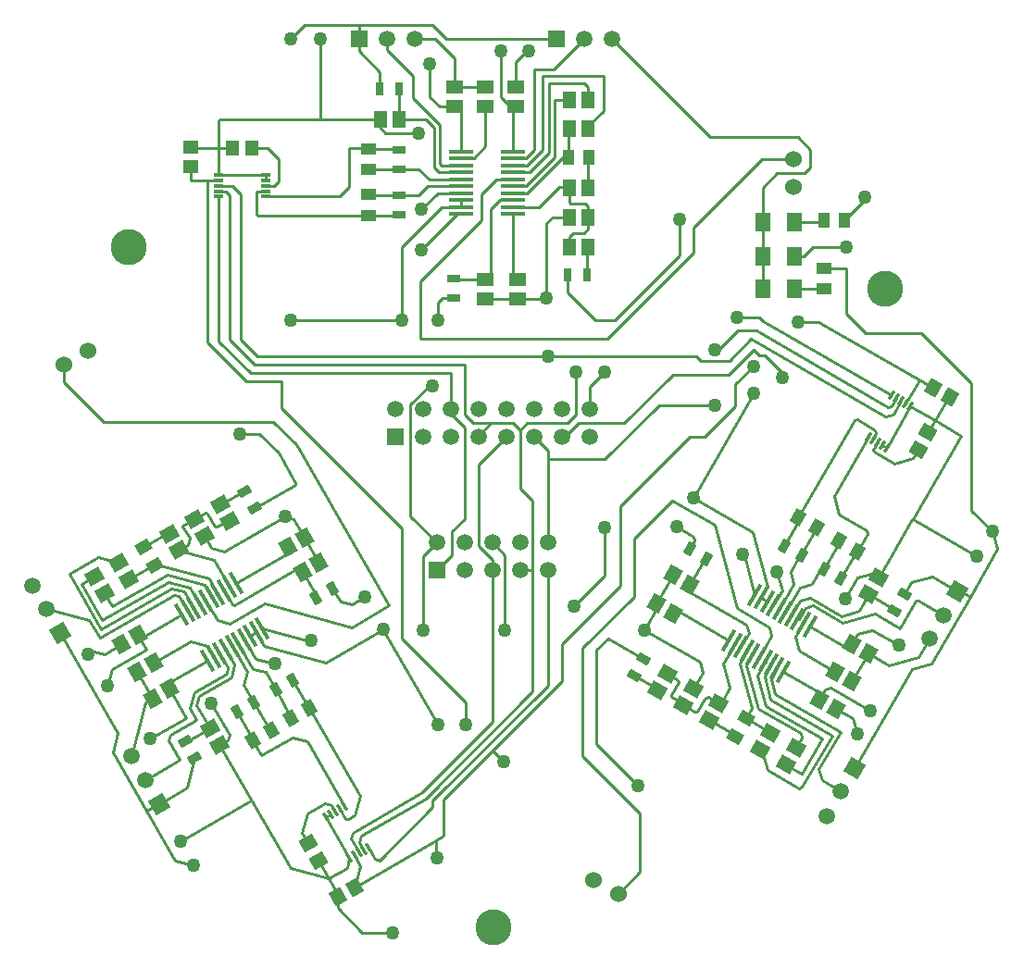
<source format=gtl>
%FSLAX23Y23*%
%MOIN*%
G70*
G01*
G75*
G04 Layer_Physical_Order=1*
G04 Layer_Color=255*
%ADD10R,0.057X0.065*%
G04:AMPARAMS|DCode=11|XSize=14mil|YSize=87mil|CornerRadius=0mil|HoleSize=0mil|Usage=FLASHONLY|Rotation=30.000|XOffset=0mil|YOffset=0mil|HoleType=Round|Shape=Rectangle|*
%AMROTATEDRECTD11*
4,1,4,0.016,-0.041,-0.028,0.034,-0.016,0.041,0.028,-0.034,0.016,-0.041,0.0*
%
%ADD11ROTATEDRECTD11*%

G04:AMPARAMS|DCode=12|XSize=55mil|YSize=47mil|CornerRadius=0mil|HoleSize=0mil|Usage=FLASHONLY|Rotation=210.000|XOffset=0mil|YOffset=0mil|HoleType=Round|Shape=Rectangle|*
%AMROTATEDRECTD12*
4,1,4,0.012,0.034,0.036,-0.007,-0.012,-0.034,-0.036,0.007,0.012,0.034,0.0*
%
%ADD12ROTATEDRECTD12*%

G04:AMPARAMS|DCode=13|XSize=12mil|YSize=35mil|CornerRadius=0mil|HoleSize=0mil|Usage=FLASHONLY|Rotation=30.000|XOffset=0mil|YOffset=0mil|HoleType=Round|Shape=Rectangle|*
%AMROTATEDRECTD13*
4,1,4,0.004,-0.018,-0.014,0.012,-0.004,0.018,0.014,-0.012,0.004,-0.018,0.0*
%
%ADD13ROTATEDRECTD13*%

G04:AMPARAMS|DCode=14|XSize=47mil|YSize=31mil|CornerRadius=0mil|HoleSize=0mil|Usage=FLASHONLY|Rotation=210.000|XOffset=0mil|YOffset=0mil|HoleType=Round|Shape=Rectangle|*
%AMROTATEDRECTD14*
4,1,4,0.013,0.025,0.028,-0.002,-0.013,-0.025,-0.028,0.002,0.013,0.025,0.0*
%
%ADD14ROTATEDRECTD14*%

G04:AMPARAMS|DCode=15|XSize=53mil|YSize=41mil|CornerRadius=0mil|HoleSize=0mil|Usage=FLASHONLY|Rotation=210.000|XOffset=0mil|YOffset=0mil|HoleType=Round|Shape=Rectangle|*
%AMROTATEDRECTD15*
4,1,4,0.013,0.031,0.033,-0.005,-0.013,-0.031,-0.033,0.005,0.013,0.031,0.0*
%
%ADD15ROTATEDRECTD15*%

G04:AMPARAMS|DCode=16|XSize=59mil|YSize=49mil|CornerRadius=0mil|HoleSize=0mil|Usage=FLASHONLY|Rotation=210.000|XOffset=0mil|YOffset=0mil|HoleType=Round|Shape=Rectangle|*
%AMROTATEDRECTD16*
4,1,4,0.013,0.036,0.038,-0.007,-0.013,-0.036,-0.038,0.007,0.013,0.036,0.0*
%
%ADD16ROTATEDRECTD16*%

G04:AMPARAMS|DCode=17|XSize=59mil|YSize=49mil|CornerRadius=0mil|HoleSize=0mil|Usage=FLASHONLY|Rotation=300.000|XOffset=0mil|YOffset=0mil|HoleType=Round|Shape=Rectangle|*
%AMROTATEDRECTD17*
4,1,4,-0.036,0.013,0.007,0.038,0.036,-0.013,-0.007,-0.038,-0.036,0.013,0.0*
%
%ADD17ROTATEDRECTD17*%

%ADD18R,0.055X0.047*%
G04:AMPARAMS|DCode=19|XSize=55mil|YSize=47mil|CornerRadius=0mil|HoleSize=0mil|Usage=FLASHONLY|Rotation=120.000|XOffset=0mil|YOffset=0mil|HoleType=Round|Shape=Rectangle|*
%AMROTATEDRECTD19*
4,1,4,0.034,-0.012,-0.007,-0.036,-0.034,0.012,0.007,0.036,0.034,-0.012,0.0*
%
%ADD19ROTATEDRECTD19*%

G04:AMPARAMS|DCode=20|XSize=55mil|YSize=47mil|CornerRadius=0mil|HoleSize=0mil|Usage=FLASHONLY|Rotation=240.000|XOffset=0mil|YOffset=0mil|HoleType=Round|Shape=Rectangle|*
%AMROTATEDRECTD20*
4,1,4,-0.007,0.036,0.034,0.012,0.007,-0.036,-0.034,-0.012,-0.007,0.036,0.0*
%
%ADD20ROTATEDRECTD20*%

%ADD21R,0.047X0.055*%
G04:AMPARAMS|DCode=22|XSize=55mil|YSize=47mil|CornerRadius=0mil|HoleSize=0mil|Usage=FLASHONLY|Rotation=330.000|XOffset=0mil|YOffset=0mil|HoleType=Round|Shape=Rectangle|*
%AMROTATEDRECTD22*
4,1,4,-0.036,-0.007,-0.012,0.034,0.036,0.007,0.012,-0.034,-0.036,-0.007,0.0*
%
%ADD22ROTATEDRECTD22*%

%ADD23R,0.035X0.012*%
G04:AMPARAMS|DCode=24|XSize=12mil|YSize=35mil|CornerRadius=0mil|HoleSize=0mil|Usage=FLASHONLY|Rotation=150.000|XOffset=0mil|YOffset=0mil|HoleType=Round|Shape=Rectangle|*
%AMROTATEDRECTD24*
4,1,4,0.014,0.012,-0.004,-0.018,-0.014,-0.012,0.004,0.018,0.014,0.012,0.0*
%
%ADD24ROTATEDRECTD24*%

%ADD25R,0.053X0.041*%
G04:AMPARAMS|DCode=26|XSize=53mil|YSize=41mil|CornerRadius=0mil|HoleSize=0mil|Usage=FLASHONLY|Rotation=120.000|XOffset=0mil|YOffset=0mil|HoleType=Round|Shape=Rectangle|*
%AMROTATEDRECTD26*
4,1,4,0.031,-0.013,-0.005,-0.033,-0.031,0.013,0.005,0.033,0.031,-0.013,0.0*
%
%ADD26ROTATEDRECTD26*%

G04:AMPARAMS|DCode=27|XSize=53mil|YSize=41mil|CornerRadius=0mil|HoleSize=0mil|Usage=FLASHONLY|Rotation=240.000|XOffset=0mil|YOffset=0mil|HoleType=Round|Shape=Rectangle|*
%AMROTATEDRECTD27*
4,1,4,-0.005,0.033,0.031,0.013,0.005,-0.033,-0.031,-0.013,-0.005,0.033,0.0*
%
%ADD27ROTATEDRECTD27*%

%ADD28R,0.047X0.031*%
G04:AMPARAMS|DCode=29|XSize=47mil|YSize=31mil|CornerRadius=0mil|HoleSize=0mil|Usage=FLASHONLY|Rotation=300.000|XOffset=0mil|YOffset=0mil|HoleType=Round|Shape=Rectangle|*
%AMROTATEDRECTD29*
4,1,4,-0.025,0.013,0.002,0.028,0.025,-0.013,-0.002,-0.028,-0.025,0.013,0.0*
%
%ADD29ROTATEDRECTD29*%

G04:AMPARAMS|DCode=30|XSize=47mil|YSize=31mil|CornerRadius=0mil|HoleSize=0mil|Usage=FLASHONLY|Rotation=60.000|XOffset=0mil|YOffset=0mil|HoleType=Round|Shape=Rectangle|*
%AMROTATEDRECTD30*
4,1,4,0.002,-0.028,-0.025,-0.013,-0.002,0.028,0.025,0.013,0.002,-0.028,0.0*
%
%ADD30ROTATEDRECTD30*%

%ADD31R,0.059X0.049*%
%ADD32R,0.049X0.059*%
G04:AMPARAMS|DCode=33|XSize=59mil|YSize=49mil|CornerRadius=0mil|HoleSize=0mil|Usage=FLASHONLY|Rotation=60.000|XOffset=0mil|YOffset=0mil|HoleType=Round|Shape=Rectangle|*
%AMROTATEDRECTD33*
4,1,4,0.007,-0.038,-0.036,-0.013,-0.007,0.038,0.036,0.013,0.007,-0.038,0.0*
%
%ADD33ROTATEDRECTD33*%

G04:AMPARAMS|DCode=34|XSize=59mil|YSize=49mil|CornerRadius=0mil|HoleSize=0mil|Usage=FLASHONLY|Rotation=150.000|XOffset=0mil|YOffset=0mil|HoleType=Round|Shape=Rectangle|*
%AMROTATEDRECTD34*
4,1,4,0.038,0.007,0.013,-0.036,-0.038,-0.007,-0.013,0.036,0.038,0.007,0.0*
%
%ADD34ROTATEDRECTD34*%

%ADD35R,0.087X0.014*%
G04:AMPARAMS|DCode=36|XSize=14mil|YSize=87mil|CornerRadius=0mil|HoleSize=0mil|Usage=FLASHONLY|Rotation=150.000|XOffset=0mil|YOffset=0mil|HoleType=Round|Shape=Rectangle|*
%AMROTATEDRECTD36*
4,1,4,0.028,0.034,-0.016,-0.041,-0.028,-0.034,0.016,0.041,0.028,0.034,0.0*
%
%ADD36ROTATEDRECTD36*%

G04:AMPARAMS|DCode=37|XSize=47mil|YSize=31mil|CornerRadius=0mil|HoleSize=0mil|Usage=FLASHONLY|Rotation=330.000|XOffset=0mil|YOffset=0mil|HoleType=Round|Shape=Rectangle|*
%AMROTATEDRECTD37*
4,1,4,-0.028,-0.002,-0.013,0.025,0.028,0.002,0.013,-0.025,-0.028,-0.002,0.0*
%
%ADD37ROTATEDRECTD37*%

G04:AMPARAMS|DCode=38|XSize=53mil|YSize=41mil|CornerRadius=0mil|HoleSize=0mil|Usage=FLASHONLY|Rotation=330.000|XOffset=0mil|YOffset=0mil|HoleType=Round|Shape=Rectangle|*
%AMROTATEDRECTD38*
4,1,4,-0.033,-0.005,-0.013,0.031,0.033,0.005,0.013,-0.031,-0.033,-0.005,0.0*
%
%ADD38ROTATEDRECTD38*%

%ADD39R,0.031X0.047*%
%ADD40R,0.041X0.053*%
%ADD41C,0.010*%
%ADD42C,0.130*%
%ADD43C,0.060*%
%ADD44P,0.084X4X165.0*%
%ADD45C,0.059*%
%ADD46R,0.059X0.059*%
%ADD47P,0.084X4X285.0*%
%ADD48C,0.050*%
D10*
X11757Y3720D02*
D03*
X11643D02*
D03*
X11757Y3835D02*
D03*
X11643Y3835D02*
D03*
X11757Y3960D02*
D03*
X11643Y3960D02*
D03*
D11*
X9645Y2380D02*
D03*
X9667Y2393D02*
D03*
X9688Y2406D02*
D03*
X9710Y2418D02*
D03*
X9732Y2431D02*
D03*
X9754Y2443D02*
D03*
X9776Y2456D02*
D03*
X9798Y2469D02*
D03*
X9819Y2481D02*
D03*
X9841Y2494D02*
D03*
X9550Y2544D02*
D03*
X9572Y2557D02*
D03*
X9594Y2569D02*
D03*
X9616Y2582D02*
D03*
X9638Y2594D02*
D03*
X9659Y2607D02*
D03*
X9681Y2620D02*
D03*
X9703Y2632D02*
D03*
X9725Y2645D02*
D03*
X9747Y2657D02*
D03*
D12*
X10043Y1660D02*
D03*
X10007Y1721D02*
D03*
D13*
X10155Y1667D02*
D03*
X10172Y1677D02*
D03*
X10189Y1687D02*
D03*
X10206Y1696D02*
D03*
X10223Y1706D02*
D03*
X10069Y1815D02*
D03*
X10086Y1825D02*
D03*
X10103Y1835D02*
D03*
X10120Y1844D02*
D03*
X10137Y1854D02*
D03*
D14*
X9777Y2988D02*
D03*
X9813Y2927D02*
D03*
X9563Y2089D02*
D03*
X9598Y2028D02*
D03*
D15*
X9414Y2787D02*
D03*
X9452Y2721D02*
D03*
D16*
X9689Y2941D02*
D03*
X9723Y2882D02*
D03*
X9598Y2889D02*
D03*
X9632Y2829D02*
D03*
X9541Y2777D02*
D03*
X9507Y2836D02*
D03*
X9652Y2135D02*
D03*
X9686Y2075D02*
D03*
X9325Y2731D02*
D03*
X9359Y2672D02*
D03*
X9238Y2681D02*
D03*
X9273Y2622D02*
D03*
D17*
X9933Y2789D02*
D03*
X9993Y2823D02*
D03*
X9506Y2277D02*
D03*
X9446Y2242D02*
D03*
X9451Y2372D02*
D03*
X9391Y2337D02*
D03*
X10045Y2732D02*
D03*
X9986Y2698D02*
D03*
X9334Y2437D02*
D03*
X9393Y2471D02*
D03*
D18*
X9585Y4160D02*
D03*
X9585Y4230D02*
D03*
D19*
X10174Y1563D02*
D03*
X10113Y1528D02*
D03*
D20*
X12256Y3363D02*
D03*
X12317Y3328D02*
D03*
D21*
X9805Y4225D02*
D03*
X9735D02*
D03*
D22*
X12202Y3139D02*
D03*
X12237Y3201D02*
D03*
D23*
X9855Y4051D02*
D03*
Y4070D02*
D03*
X9855Y4090D02*
D03*
Y4110D02*
D03*
X9855Y4129D02*
D03*
X9685Y4051D02*
D03*
Y4070D02*
D03*
Y4090D02*
D03*
Y4110D02*
D03*
Y4129D02*
D03*
D24*
X12022Y3186D02*
D03*
X12039Y3176D02*
D03*
X12056Y3166D02*
D03*
X12073Y3156D02*
D03*
X12090Y3146D02*
D03*
X12107Y3334D02*
D03*
X12124Y3324D02*
D03*
X12141Y3314D02*
D03*
X12158Y3304D02*
D03*
X12175Y3294D02*
D03*
D25*
X10225Y4058D02*
D03*
Y3982D02*
D03*
Y4147D02*
D03*
Y4223D02*
D03*
X11865Y3793D02*
D03*
Y3717D02*
D03*
D26*
X9944Y2172D02*
D03*
X10011Y2210D02*
D03*
X9872Y2130D02*
D03*
X9806Y2092D02*
D03*
D27*
X11838Y2858D02*
D03*
X11771Y2896D02*
D03*
X11918Y2811D02*
D03*
X11985Y2773D02*
D03*
D28*
X10335Y3985D02*
D03*
Y4055D02*
D03*
X10335Y4220D02*
D03*
X10335Y4150D02*
D03*
X10530Y3685D02*
D03*
Y3755D02*
D03*
D29*
X9950Y2309D02*
D03*
X9889Y2274D02*
D03*
X9750Y2194D02*
D03*
X9811Y2229D02*
D03*
X10095Y2640D02*
D03*
X10034Y2604D02*
D03*
D30*
X11721Y2793D02*
D03*
X11782Y2757D02*
D03*
X11925Y2675D02*
D03*
X11863Y2710D02*
D03*
X11379Y2782D02*
D03*
X11441Y2746D02*
D03*
D31*
X10642Y3682D02*
D03*
Y3751D02*
D03*
X10755Y4444D02*
D03*
Y4376D02*
D03*
X10760Y3751D02*
D03*
Y3682D02*
D03*
X10645Y4376D02*
D03*
Y4444D02*
D03*
X10535Y4376D02*
D03*
Y4444D02*
D03*
D32*
X11014Y4294D02*
D03*
X10946D02*
D03*
X11014Y4400D02*
D03*
X10946D02*
D03*
X11014Y3870D02*
D03*
X10946Y3870D02*
D03*
X11014Y3976D02*
D03*
X10946D02*
D03*
Y4082D02*
D03*
X11014Y4082D02*
D03*
X10334Y4330D02*
D03*
X10266D02*
D03*
D33*
X11320Y2687D02*
D03*
X11380Y2652D02*
D03*
X11907Y2206D02*
D03*
X11847Y2240D02*
D03*
X11321Y2550D02*
D03*
X11261Y2585D02*
D03*
X11905Y2340D02*
D03*
X11965Y2305D02*
D03*
X11962Y2439D02*
D03*
X12022Y2405D02*
D03*
D34*
X11635Y2057D02*
D03*
X11670Y2117D02*
D03*
X11728Y2004D02*
D03*
X11762Y2064D02*
D03*
X11265Y2271D02*
D03*
X11300Y2331D02*
D03*
X11485Y2224D02*
D03*
X11450Y2164D02*
D03*
X11358Y2218D02*
D03*
X11392Y2277D02*
D03*
X12024Y2618D02*
D03*
X12059Y2678D02*
D03*
D35*
X10744Y3987D02*
D03*
Y4012D02*
D03*
Y4037D02*
D03*
Y4062D02*
D03*
Y4087D02*
D03*
Y4113D02*
D03*
Y4138D02*
D03*
Y4163D02*
D03*
Y4188D02*
D03*
Y4213D02*
D03*
X10556Y3987D02*
D03*
Y4012D02*
D03*
Y4037D02*
D03*
Y4062D02*
D03*
X10556Y4087D02*
D03*
X10556Y4113D02*
D03*
Y4138D02*
D03*
Y4163D02*
D03*
Y4188D02*
D03*
Y4213D02*
D03*
D36*
X11521Y2453D02*
D03*
X11543Y2440D02*
D03*
X11564Y2427D02*
D03*
X11586Y2415D02*
D03*
X11608Y2402D02*
D03*
X11630Y2390D02*
D03*
X11652Y2377D02*
D03*
X11674Y2364D02*
D03*
X11695Y2352D02*
D03*
X11717Y2339D02*
D03*
X11615Y2616D02*
D03*
X11637Y2604D02*
D03*
X11659Y2591D02*
D03*
X11681Y2578D02*
D03*
X11703Y2566D02*
D03*
X11724Y2553D02*
D03*
X11746Y2541D02*
D03*
X11768Y2528D02*
D03*
X11790Y2515D02*
D03*
X11812Y2503D02*
D03*
D37*
X11180Y2325D02*
D03*
X11215Y2386D02*
D03*
X12117Y2559D02*
D03*
X12153Y2620D02*
D03*
D38*
X11543Y2106D02*
D03*
X11582Y2172D02*
D03*
D39*
X11010Y3770D02*
D03*
X10940D02*
D03*
X10335Y4440D02*
D03*
X10265D02*
D03*
D40*
X11018Y4191D02*
D03*
X10942D02*
D03*
X11938Y3965D02*
D03*
X11862Y3965D02*
D03*
D41*
X11524Y3460D02*
X11601Y3537D01*
X11609Y3499D02*
X11629Y3479D01*
X11520Y3410D02*
X11609Y3499D01*
X11545Y3375D02*
X11610Y3440D01*
X11938Y3965D02*
X12010Y4037D01*
X11825Y3870D02*
X11945D01*
X11790Y3835D02*
X11825Y3870D01*
X11757Y3835D02*
X11790D01*
X11757D02*
X11775D01*
X12010Y4037D02*
Y4050D01*
X11865Y3793D02*
X11942D01*
X11945Y3790D01*
Y3630D02*
Y3790D01*
Y3630D02*
X12015Y3560D01*
X12215D01*
X12395Y3380D01*
X11757Y3960D02*
X11857D01*
X11757Y3720D02*
X11857D01*
X11770Y4265D02*
X11815Y4220D01*
Y4155D02*
Y4220D01*
X11643Y3720D02*
Y3960D01*
X11795Y4135D02*
X11815Y4155D01*
X11695Y4135D02*
X11795D01*
X11643Y4083D02*
X11695Y4135D01*
X11643Y3960D02*
Y4083D01*
X10200Y1400D02*
X10305D01*
X10113Y1487D02*
X10200Y1400D01*
X10113Y1487D02*
Y1528D01*
X9425Y1837D02*
X9528Y1659D01*
X9303Y2050D02*
X9425Y1837D01*
X9469Y1862D01*
X9528Y1659D02*
X9593Y1642D01*
X9114Y2477D02*
X9321Y2118D01*
X9303Y2050D02*
X9321Y2118D01*
X9819Y2481D02*
X9848Y2432D01*
X10071Y2372D01*
X10278Y2491D01*
X10124Y2591D02*
X10163Y2581D01*
X10277Y2487D02*
X10472Y2149D01*
X10163Y2581D02*
X10210Y2608D01*
X10095Y2640D02*
X10124Y2591D01*
X10715Y2490D02*
Y2760D01*
X11975Y1993D02*
X12180Y2348D01*
X12249Y2367D01*
X12389Y2609D01*
X10965Y2575D02*
X11075Y2685D01*
X12350Y2632D02*
X12389Y2609D01*
X12488Y2781D01*
X10670Y2805D02*
X10715Y2760D01*
X11075Y2685D02*
Y2860D01*
X11379Y2782D02*
X11397Y2813D01*
X11394Y2826D02*
X11397Y2813D01*
X11333Y2861D02*
X11394Y2826D01*
X11380Y2972D02*
X11393Y2964D01*
X11607Y2841D02*
X11660Y2644D01*
X11393Y2964D02*
X11607Y2841D01*
X12395Y2920D02*
X12471Y2844D01*
X12488Y2781D01*
X11393Y2966D02*
X11610Y3341D01*
X12395Y2920D02*
Y3380D01*
X10670Y2055D02*
X10920Y2305D01*
X10494Y1879D02*
X10670Y2055D01*
X10710Y2015D01*
X10468Y1672D02*
Y1733D01*
X10494Y1748D01*
X10174Y1563D02*
X10468Y1733D01*
X10870Y2290D02*
Y2705D01*
X10455Y1875D02*
X10870Y2290D01*
X10815Y2268D02*
Y2705D01*
X10429Y1883D02*
X10815Y2268D01*
X10455Y1851D02*
Y1875D01*
X10494Y1748D02*
Y1879D01*
X10264Y1660D02*
X10455Y1851D01*
X10417Y1904D02*
X10670Y2157D01*
Y2705D01*
X11485Y3500D02*
X11552Y3567D01*
X11395Y3940D02*
X11640Y4185D01*
X11345Y3840D02*
Y3970D01*
X11110Y3605D02*
X11345Y3840D01*
X11395Y3850D02*
Y3940D01*
X11085Y3540D02*
X11395Y3850D01*
X11040Y3605D02*
X11110D01*
X10410Y3540D02*
X11085D01*
X9585Y4110D02*
Y4159D01*
X9645Y4110D02*
X9685D01*
X9585D02*
X9645D01*
Y3525D02*
Y4110D01*
Y3525D02*
X9785Y3385D01*
X9590Y4225D02*
X9685D01*
X9785Y3385D02*
X9910D01*
Y3290D02*
Y3385D01*
X9800Y3415D02*
X10520D01*
X9815Y3445D02*
X10570D01*
X9825Y3475D02*
X10870D01*
X9765Y3535D02*
Y4060D01*
X9735Y4090D02*
X9765Y4060D01*
X9685Y4090D02*
X9735D01*
X9765Y3535D02*
X9825Y3475D01*
X9725Y3535D02*
Y4055D01*
X9710Y4070D02*
X9725Y4055D01*
X9685Y4070D02*
X9710D01*
X9725Y3535D02*
X9815Y3445D01*
X10600Y3235D02*
X10665D01*
X10570Y3265D02*
X10600Y3235D01*
X10570Y3265D02*
Y3445D01*
X9685Y3530D02*
X9800Y3415D01*
X9685Y3530D02*
Y3540D01*
X9685Y3540D02*
X9685Y3540D01*
X10520Y3285D02*
Y3415D01*
X9685Y3540D02*
Y4051D01*
X10620Y2792D02*
X10670Y2742D01*
X10620Y2792D02*
Y3085D01*
X10470Y2705D02*
X10525Y2760D01*
Y2825D01*
X10525Y2825D01*
X11545Y3295D02*
Y3375D01*
X11435Y3185D02*
X11545Y3295D01*
X11380Y3185D02*
X11435D01*
X11130Y2935D02*
X11380Y3185D01*
X11130Y2650D02*
Y2935D01*
X10920Y2440D02*
X11130Y2650D01*
X10920Y2305D02*
Y2440D01*
X10069Y1815D02*
X10086Y1825D01*
X9817Y2384D02*
X9882Y2367D01*
X9776Y2456D02*
X9817Y2384D01*
X9922Y2898D02*
X9955Y2889D01*
X9993Y2823D01*
X9214Y2403D02*
X9232Y2413D01*
X9273Y2402D01*
X9334Y2437D01*
X9393Y2471D02*
X9423Y2420D01*
X9506Y2277D02*
X9566Y2173D01*
X9506Y2277D02*
X9514Y2263D01*
X9993Y2823D02*
X10045Y2732D01*
X9420Y2227D02*
X9446Y2242D01*
X9369Y2036D02*
X9420Y2227D01*
X9391Y2337D02*
X9446Y2242D01*
X10069Y1815D02*
X10155Y1667D01*
X10069Y1813D02*
X10069Y1815D01*
X9985Y1760D02*
X10007Y1721D01*
X9985Y1760D02*
X10003Y1828D01*
X10068Y1866D02*
X10089Y1860D01*
X9889Y2274D02*
X9945Y2176D01*
X9852Y2338D02*
X9889Y2274D01*
X9808Y2350D02*
X9852Y2338D01*
X9754Y2443D02*
X9808Y2350D01*
X9469Y1862D02*
X9570Y1921D01*
X9598Y2028D01*
X9774Y2293D02*
X9868Y2131D01*
X9774Y2293D02*
X9786Y2337D01*
X9732Y2431D02*
X9786Y2337D01*
X9570Y2087D02*
X9652Y2135D01*
X9750Y2194D02*
X9807Y2096D01*
X9798Y2469D02*
X9819Y2481D01*
X9796Y2464D02*
X9798Y2469D01*
X9741Y2580D02*
X9958Y2705D01*
X9732Y2582D02*
X9741Y2580D01*
X9703Y2632D02*
X9732Y2582D01*
X9747Y2657D02*
X9926Y2761D01*
X9459Y2725D02*
X9650Y2674D01*
X9681Y2620D01*
X9540Y2612D02*
X9572Y2557D01*
X9524Y2616D02*
X9540Y2612D01*
X9256Y2461D02*
X9524Y2616D01*
X9514Y2305D02*
X9645Y2380D01*
X9451Y2372D02*
X9584Y2449D01*
X9644Y2433D01*
X9667Y2393D01*
X9415Y2466D02*
X9550Y2544D01*
X11652Y2377D02*
X11653Y2372D01*
X12020Y3185D02*
X12022Y3186D01*
X9068Y2566D02*
X9218Y2526D01*
X9256Y2461D01*
X9190Y2654D02*
X9265Y2524D01*
X9505Y2663D01*
X9581Y2642D01*
X9616Y2582D01*
X9500Y2689D02*
X9633Y2653D01*
X9659Y2607D01*
X9300Y2574D02*
X9500Y2689D01*
X9273Y2622D02*
X9300Y2574D01*
X9190Y2654D02*
X9238Y2682D01*
X9561Y2627D02*
X9594Y2569D01*
X9515Y2639D02*
X9561Y2627D01*
X9261Y2493D02*
X9515Y2639D01*
X9146Y2692D02*
X9261Y2493D01*
X9249Y2752D02*
X9250Y2751D01*
X9325Y2731D01*
X9146Y2692D02*
X9249Y2752D01*
X9359Y2672D02*
X9447Y2722D01*
X9414Y2787D02*
X9501Y2838D01*
X9668Y2743D02*
X9725Y2645D01*
X9555Y2864D02*
X9598Y2889D01*
X9555Y2863D02*
X9555Y2864D01*
X9555Y2863D02*
X9579Y2821D01*
X9572Y2794D02*
X9579Y2821D01*
X9542Y2776D02*
X9572Y2794D01*
X9541Y2777D02*
X9542Y2776D01*
X9668Y2743D01*
X9598Y2889D02*
X9637Y2912D01*
X9643Y2910D01*
X9671Y2862D01*
X9678Y2861D01*
X9717Y2883D01*
X9689Y2941D02*
X9772Y2989D01*
X9632Y2829D02*
X9657Y2785D01*
X9705Y2773D01*
X9922Y2898D01*
X11180Y2325D02*
X11264Y2277D01*
X11338Y2308D02*
X11340Y2302D01*
X11312Y2255D02*
X11340Y2302D01*
X11312Y2255D02*
X11314Y2248D01*
X11356Y2224D01*
X11300Y2331D02*
X11338Y2308D01*
X11358Y2218D02*
X11398Y2194D01*
X11406Y2196D01*
X11433Y2243D01*
X11446Y2247D02*
X11485Y2224D01*
X11433Y2243D02*
X11446Y2247D01*
X11450Y2164D02*
X11542Y2111D01*
X11261Y2585D02*
X11320Y2687D01*
X11380Y2652D02*
X11433Y2744D01*
X11721Y2793D02*
X11774Y2885D01*
X11781Y2760D02*
X11838Y2858D01*
X11863Y2710D02*
X11920Y2807D01*
X11925Y2675D02*
X11981Y2772D01*
X11965Y2305D02*
X12022Y2405D01*
X11010Y3770D02*
Y3866D01*
X10946Y3870D02*
Y3906D01*
X10960Y3920D02*
X11000D01*
X11014Y3934D02*
Y3976D01*
X10946Y3906D02*
X10960Y3920D01*
X11000D02*
X11014Y3934D01*
Y3976D02*
Y4016D01*
X10946Y4029D02*
X10950Y4025D01*
X10946Y4029D02*
Y4082D01*
X11005Y4025D02*
X11014Y4016D01*
X10950Y4025D02*
X11005D01*
X11014Y4082D02*
Y4187D01*
X10942Y4191D02*
Y4290D01*
X10535Y4444D02*
X10645D01*
X10228Y4150D02*
X10335D01*
X10225Y4223D02*
X10332D01*
X10228Y4055D02*
X10335D01*
X10225Y3982D02*
X10332D01*
X10535Y3751D02*
X10642D01*
Y3682D02*
X10760D01*
X11717Y2339D02*
X11840Y2268D01*
X11761Y2465D02*
X11790Y2515D01*
X11761Y2465D02*
X11774Y2415D01*
X11905Y2340D01*
X11812Y2503D02*
X11934Y2432D01*
X11342Y2556D02*
X11521Y2453D01*
X11637Y2604D02*
X11659Y2591D01*
X11564Y2427D02*
X11593Y2477D01*
X11585Y2507D02*
X11593Y2477D01*
X11388Y2621D02*
X11585Y2507D01*
X10744Y4213D02*
Y4365D01*
X10556Y4213D02*
Y4355D01*
Y4188D02*
X10602D01*
X10645Y4231D01*
Y4376D01*
X10744Y3766D02*
Y3987D01*
X10697Y4037D02*
X10744D01*
X10665Y3773D02*
Y4005D01*
X10697Y4037D01*
X10556Y4012D02*
Y4037D01*
X11672Y2312D02*
X11695Y2352D01*
X11672Y2312D02*
X11687Y2258D01*
X11845Y1988D02*
X11856Y1947D01*
X11925Y1907D01*
X11649Y2322D02*
X11674Y2364D01*
X11649Y2322D02*
X11671Y2238D01*
X11623Y2326D02*
X11652Y2377D01*
X11623Y2326D02*
X11653Y2214D01*
X11856Y2097D01*
X11784Y1971D02*
X11856Y2097D01*
X11728Y2003D02*
X11784Y1971D01*
X11772Y1920D02*
X11785Y1924D01*
X11659Y1985D02*
X11772Y1920D01*
X11641Y2054D02*
X11659Y1985D01*
X11585Y2362D02*
X11608Y2402D01*
X11585Y2362D02*
X11627Y2206D01*
X11781Y2117D01*
X11762Y2064D02*
X11785Y2103D01*
X11781Y2117D02*
X11785Y2103D01*
X11560Y2369D02*
X11586Y2415D01*
X11560Y2369D02*
X11603Y2208D01*
X11583Y2173D02*
X11603Y2208D01*
X11582Y2172D02*
X11668Y2123D01*
X11501Y2369D02*
X11543Y2440D01*
X11501Y2369D02*
X11525Y2282D01*
X11492Y2226D02*
X11525Y2282D01*
X10744Y4188D02*
X10791D01*
X10820Y4217D01*
Y4510D01*
X10890D01*
X11000Y4620D01*
X10744Y4163D02*
X10794D01*
X10850Y4219D01*
Y4485D01*
X11070D01*
Y4360D02*
Y4485D01*
X11014Y4304D02*
X11070Y4360D01*
X10744Y4138D02*
X10803D01*
X10875Y4210D01*
Y4460D01*
X11000D01*
X11014Y4400D02*
Y4446D01*
X11000Y4460D02*
X11014Y4446D01*
X10744Y4087D02*
X10791D01*
X10895Y4192D01*
Y4400D01*
X10946D01*
X10744Y4062D02*
X10794D01*
X10923Y4191D01*
X10744Y4012D02*
X10837D01*
X10910Y4085D01*
X10943D01*
X10946Y4082D01*
X10442Y4113D02*
X10556D01*
X10405Y4150D02*
X10442Y4113D01*
X10335Y4150D02*
X10405D01*
X10437Y4087D02*
X10556D01*
X10405Y4055D02*
X10437Y4087D01*
X10335Y4055D02*
X10405D01*
X11637Y2604D02*
X11660Y2644D01*
X12024Y2618D02*
X12115Y2565D01*
X10334Y4330D02*
Y4439D01*
X12153Y2620D02*
X12177Y2662D01*
X12252Y2682D01*
X12343Y2630D01*
X11962Y2439D02*
X11983Y2475D01*
X12037Y2489D02*
X12132Y2434D01*
X11983Y2475D02*
X12037Y2489D01*
X12022Y2405D02*
X12096Y2362D01*
X12205Y2392D01*
X12243Y2457D01*
X10479Y4376D02*
X10535D01*
X10445Y4410D02*
X10479Y4376D01*
X10445Y4410D02*
Y4530D01*
X10535Y4444D02*
Y4550D01*
X10465Y4620D02*
X10535Y4550D01*
X10390Y4620D02*
X10465D01*
X11968Y2171D02*
X11983Y2116D01*
X11847Y2240D02*
X11868Y2275D01*
X11887Y2281D01*
X12030Y2198D01*
X10505Y4620D02*
X10900D01*
X10455Y4670D02*
X10505Y4620D01*
X10190Y4670D02*
X10455D01*
X10190Y4620D02*
Y4670D01*
X10734Y4376D02*
X10755D01*
X10700Y4410D02*
X10734Y4376D01*
X10700Y4410D02*
Y4575D01*
X10755Y4444D02*
Y4535D01*
X10795Y4575D01*
X10800D01*
X11217Y2489D02*
X11264Y2572D01*
X11392Y2277D02*
X11426Y2336D01*
X11416Y2374D02*
X11426Y2336D01*
X11217Y2489D02*
X11416Y2374D01*
X11577Y2760D02*
X11615Y2616D01*
X10013Y2448D02*
X10018Y2451D01*
X9841Y2494D02*
X10013Y2448D01*
X11768Y2528D02*
X11773Y2529D01*
X11796Y2569D01*
X12138Y2494D02*
X12195Y2594D01*
X12202Y2596D01*
X12293Y2543D01*
X12047Y2547D02*
X12138Y2494D01*
X11989Y2557D02*
X12024Y2618D01*
X11928Y2540D02*
X11989Y2557D01*
X11815Y2605D02*
X11928Y2540D01*
X11778Y2595D02*
X11815Y2605D01*
X11746Y2541D02*
X11778Y2595D01*
X11796Y2569D02*
X11824Y2577D01*
X11931Y2516D01*
X12047Y2547D01*
X11681Y2578D02*
X11712Y2633D01*
X11695Y2698D02*
X11712Y2633D01*
X11742Y2699D02*
X11775Y2755D01*
X11703Y2566D02*
X11754Y2655D01*
X11742Y2699D02*
X11754Y2655D01*
X11724Y2553D02*
X11776Y2643D01*
X11820Y2654D01*
X11850Y2707D01*
X11938Y2598D02*
X11985Y2680D01*
X12032Y2693D01*
X12059Y2678D01*
X9688Y2406D02*
X9718Y2355D01*
X9510Y2111D02*
X9605Y2166D01*
X9504Y2091D02*
X9510Y2111D01*
X9504Y2091D02*
X9544Y2021D01*
X9419Y1949D02*
X9544Y2021D01*
X9581Y2208D02*
X9605Y2166D01*
X9604Y2218D02*
X9652Y2135D01*
X9604Y2218D02*
X9613Y2252D01*
X9729Y2318D01*
X9741Y2365D01*
X9710Y2418D02*
X9741Y2365D01*
X9596Y2265D02*
X9712Y2332D01*
X9718Y2355D01*
X9581Y2208D02*
X9596Y2265D01*
X10334Y4330D02*
X10430D01*
X10460Y4300D01*
Y4155D02*
Y4300D01*
Y4155D02*
X10477Y4138D01*
X10556D01*
X10487Y4163D02*
X10556D01*
X10480Y4170D02*
X10487Y4163D01*
X10480Y4170D02*
Y4310D01*
X10385Y4405D02*
X10480Y4310D01*
X10385Y4405D02*
Y4485D01*
X10290Y4580D02*
X10385Y4485D01*
X10290Y4580D02*
Y4620D01*
X10266Y4299D02*
Y4330D01*
Y4299D02*
X10285Y4280D01*
X10405D01*
X10472Y4062D02*
X10556D01*
X10415Y4005D02*
X10472Y4062D01*
X10542Y3987D02*
X10556D01*
X10415Y3860D02*
X10542Y3987D01*
X10760Y3682D02*
X10862D01*
X10886Y3976D02*
X10946D01*
X10865Y3955D02*
X10886Y3976D01*
X10865Y3685D02*
Y3955D01*
X10345Y3870D02*
X10487Y4012D01*
X10556D01*
X10490Y3685D02*
X10530D01*
X10475Y3670D02*
X10490Y3685D01*
X10475Y3605D02*
Y3670D01*
X10345Y3605D02*
Y3870D01*
X9638Y2594D02*
X9679Y2524D01*
X9723Y2512D01*
X9986Y2698D02*
X10036Y2611D01*
X9723Y2512D02*
X9849Y2584D01*
X10163Y2500D01*
X10297Y2577D01*
X9962Y3158D02*
X10297Y2577D01*
X9813Y2927D02*
X9959Y3011D01*
X9961Y3019D01*
X9899Y3127D02*
X9961Y3019D01*
X10080Y1595D02*
X10115Y1535D01*
X10080Y1595D02*
X10146Y1633D01*
X10043Y1660D02*
X10080Y1595D01*
X10146Y1633D02*
X10155Y1667D01*
X10089Y1860D02*
X10103Y1835D01*
X10172Y1677D02*
X10194Y1638D01*
X9299Y2348D02*
X9423Y2420D01*
X9283Y2289D02*
X9299Y2348D01*
X9686Y2075D02*
X9717Y2093D01*
X9722Y2113D01*
X9657Y2225D02*
X9722Y2113D01*
X10003Y1828D02*
X10068Y1866D01*
X10223Y1706D02*
X10247Y1664D01*
X10264Y1660D01*
X10190Y1725D02*
X10206Y1696D01*
X11785Y1924D02*
X11893Y2110D01*
X11671Y2238D02*
X11893Y2110D01*
X11845Y1988D02*
X11923Y2122D01*
X11687Y2258D02*
X11923Y2122D01*
X11907Y2206D02*
X11968Y2171D01*
X10683Y4113D02*
X10744D01*
X10630Y4060D02*
X10683Y4113D01*
X10630Y3965D02*
Y4060D01*
X10410Y3745D02*
X10630Y3965D01*
X11088Y2460D02*
X11215Y2386D01*
X11630Y2390D02*
X11675Y2468D01*
X11667Y2500D02*
X11675Y2468D01*
X11550Y2568D02*
X11667Y2500D01*
X9950Y2309D02*
X10007Y2211D01*
X10120Y1844D02*
X10140Y1810D01*
X10160Y1737D02*
X10166Y1759D01*
X10160Y1737D02*
X10189Y1687D01*
X10190Y1725D02*
X10196Y1748D01*
X10166Y1759D02*
X10417Y1904D01*
X10140Y1810D02*
X10149Y1807D01*
X10175Y1822D01*
X10194Y1891D01*
X10010Y2208D02*
X10194Y1891D01*
X9807Y2091D02*
X9838Y2037D01*
X10002Y2089D02*
X10137Y1854D01*
X9838Y2037D02*
X9950Y2102D01*
X10002Y2089D01*
X9942Y1632D02*
X10080Y1595D01*
X9686Y2075D02*
X9686Y2075D01*
X9546Y1728D02*
X9800Y1875D01*
X9686Y2075D02*
X9942Y1632D01*
X10174Y1563D02*
X10194Y1638D01*
X12059Y2678D02*
X12079Y2713D01*
X12082Y2717D01*
X12079Y2713D02*
X12181Y2889D01*
X12073Y3156D02*
X12090Y3146D01*
X12041Y3140D02*
X12056Y3166D01*
X12041Y3140D02*
X12043Y3132D01*
X12117Y3089D01*
X12185Y3108D01*
X12202Y3138D01*
X12175Y3294D02*
X12262Y3244D01*
X12158Y3304D02*
X12207Y3388D01*
X12210Y3389D02*
X12256Y3363D01*
X12090Y3146D02*
X12175Y3294D01*
X11845Y3600D02*
X12210Y3389D01*
X12108Y3296D02*
X12124Y3324D01*
X11642Y3602D02*
X12107Y3334D01*
X12113Y3266D02*
X12141Y3314D01*
X9995Y4670D02*
X10190D01*
X9945Y4620D02*
X9995Y4670D01*
X9945Y3605D02*
X10340D01*
X10345Y3590D02*
Y3605D01*
X10050Y4330D02*
Y4620D01*
Y4330D02*
X10220D01*
X10266D01*
X10205D02*
X10220D01*
X9855Y4110D02*
Y4129D01*
X9685Y4129D02*
X9855D01*
X9685D02*
Y4225D01*
X9855Y4090D02*
X9885D01*
X9900Y4105D01*
Y4185D01*
X9860Y4225D02*
X9900Y4185D01*
X9805Y4225D02*
X9860D01*
X10620Y3190D02*
X10665Y3235D01*
X10745D01*
X10770Y3210D01*
X11899Y2973D02*
X12022Y3186D01*
X11899Y2973D02*
X11917Y2904D01*
X11985Y2773D02*
X12020Y2834D01*
X11917Y2904D02*
X12017Y2847D01*
X12020Y2834D01*
X12048Y3210D02*
X12051Y3197D01*
X12039Y3176D02*
X12051Y3197D01*
X11983Y3247D02*
X12048Y3210D01*
X12184Y2890D02*
X12357Y3190D01*
X12182Y2890D02*
X12415Y2755D01*
X12262Y3244D02*
X12357Y3190D01*
X12237Y3201D02*
X12262Y3244D01*
X12309Y3326D01*
X11771Y2896D02*
X11972Y3245D01*
X11983Y3247D01*
X9823Y3982D02*
X9823Y3982D01*
X10225D01*
X9820Y4070D02*
X9855D01*
X9820Y3985D02*
Y4070D01*
X10155Y4225D02*
X10223D01*
X10121Y4051D02*
X10155Y4085D01*
Y4225D01*
X9855Y4051D02*
X10121D01*
X9685Y4225D02*
Y4325D01*
Y4225D02*
X9735D01*
X9689Y4330D02*
X10050D01*
X9685Y4325D02*
X9689Y4330D01*
X10196Y1748D02*
X10429Y1883D01*
X9831Y3195D02*
X9899Y3127D01*
X9760Y3195D02*
X9831D01*
X9128Y3382D02*
Y3445D01*
X11469Y2868D02*
X11550Y2568D01*
X11318Y2956D02*
X11469Y2868D01*
X12095Y3292D02*
X12108Y3296D01*
X11619Y3567D02*
X12095Y3292D01*
X11601Y3537D02*
X12084Y3258D01*
X12113Y3266D01*
X11270Y3300D02*
X11470D01*
X11770Y3600D02*
X11845D01*
X11045Y2080D02*
Y2417D01*
Y2080D02*
X11195Y1930D01*
X11045Y2417D02*
X11088Y2460D01*
X10995Y2425D02*
X11180Y2610D01*
Y2817D01*
X11318Y2956D01*
X10995Y2035D02*
Y2425D01*
Y2035D02*
X11200Y1830D01*
Y1618D02*
Y1830D01*
X11122Y1540D02*
X11200Y1618D01*
X10940Y3705D02*
Y3770D01*
Y3705D02*
X11040Y3605D01*
X11470Y3500D02*
X11485D01*
X11550Y3615D02*
X11629D01*
X11642Y3602D01*
X11640Y4185D02*
X11755D01*
X9128Y3382D02*
X9270Y3240D01*
X10410Y3540D02*
Y3745D01*
X9270Y3240D02*
X9880D01*
X9962Y3158D01*
X9910Y3290D02*
X10345Y2855D01*
Y2460D02*
Y2855D01*
Y2460D02*
X10575Y2230D01*
Y2150D02*
Y2230D01*
X9685Y4070D02*
X9685Y4070D01*
X11020Y3365D02*
X11075Y3420D01*
X10420Y2490D02*
Y2755D01*
X10470Y2805D01*
X10375Y2900D02*
Y3303D01*
Y2900D02*
X10470Y2805D01*
X10375Y3303D02*
X10442Y3370D01*
X10620Y3085D02*
X10720Y3185D01*
X10670Y2705D02*
Y2742D01*
X10570Y2890D02*
Y3220D01*
X10520Y3270D02*
X10570Y3220D01*
X10520Y3270D02*
Y3285D01*
X10525Y2825D02*
Y2845D01*
X10570Y2890D01*
X9436Y2098D02*
X9436Y2098D01*
X9566Y2173D01*
X10820Y3185D02*
X10870Y3135D01*
X11020Y3285D02*
Y3365D01*
X10770Y2705D02*
X10815D01*
Y2955D01*
X10770Y3000D02*
X10815Y2955D01*
X10770Y3000D02*
Y3210D01*
X11075Y3105D02*
X11270Y3300D01*
X10870Y2805D02*
Y3105D01*
Y3135D01*
Y3105D02*
X11075D01*
X10770Y3210D02*
X10795Y3235D01*
X10940D01*
X10970Y3265D01*
Y3420D01*
X10920Y3185D02*
X10930D01*
X10980Y3235D01*
X11145D01*
X10870Y3475D02*
X11405D01*
X11420Y3460D01*
X11145Y3235D02*
X11320Y3410D01*
X11520D01*
X11552Y3567D02*
X11619D01*
X11420Y3460D02*
X11524D01*
X11629Y3479D02*
X11651D01*
X11715Y3415D01*
Y3400D02*
Y3415D01*
X11100Y4620D02*
X11455Y4265D01*
X11770D01*
X10265Y4440D02*
Y4500D01*
X10190Y4575D02*
X10265Y4500D01*
X10190Y4575D02*
Y4620D01*
D42*
X10675Y1420D02*
D03*
X12085Y3720D02*
D03*
X9360Y3870D02*
D03*
D43*
X9128Y3445D02*
D03*
X9215Y3495D02*
D03*
X11755Y4185D02*
D03*
X11755Y4085D02*
D03*
X11122Y1540D02*
D03*
X11035Y1590D02*
D03*
D44*
X9469Y1862D02*
D03*
X9114Y2477D02*
D03*
D45*
X9419Y1949D02*
D03*
X9369Y2036D02*
D03*
X10870Y2805D02*
D03*
Y2705D02*
D03*
X10770Y2805D02*
D03*
Y2705D02*
D03*
X10670Y2805D02*
D03*
Y2705D02*
D03*
X10570Y2805D02*
D03*
Y2705D02*
D03*
X10470Y2805D02*
D03*
X10320Y3285D02*
D03*
X10420Y3185D02*
D03*
Y3285D02*
D03*
X10520Y3185D02*
D03*
X10520Y3285D02*
D03*
X10620Y3185D02*
D03*
X10620Y3285D02*
D03*
X10720Y3185D02*
D03*
X10720Y3285D02*
D03*
X10820Y3185D02*
D03*
X10820Y3285D02*
D03*
X10920Y3185D02*
D03*
X10920Y3285D02*
D03*
X11020Y3185D02*
D03*
X11020Y3285D02*
D03*
X11100Y4620D02*
D03*
X11000Y4620D02*
D03*
X10390Y4620D02*
D03*
X10290D02*
D03*
X9014Y2650D02*
D03*
X9064Y2564D02*
D03*
X11875Y1820D02*
D03*
X11925Y1907D02*
D03*
X12243Y2457D02*
D03*
X12293Y2543D02*
D03*
D46*
X10470Y2705D02*
D03*
X10320Y3185D02*
D03*
X10900Y4620D02*
D03*
X10190D02*
D03*
D47*
X11975Y1993D02*
D03*
X12343Y2630D02*
D03*
D48*
X11550Y3615D02*
D03*
X11610Y3440D02*
D03*
X11945Y3870D02*
D03*
X12010Y4050D02*
D03*
X9593Y1642D02*
D03*
X10472Y2149D02*
D03*
X10278Y2491D02*
D03*
X10210Y2608D02*
D03*
X10715Y2490D02*
D03*
X10965Y2575D02*
D03*
X11075Y2860D02*
D03*
X11333Y2861D02*
D03*
X11393Y2964D02*
D03*
X12471Y2844D02*
D03*
X11610Y3341D02*
D03*
X10710Y2015D02*
D03*
X9886Y2369D02*
D03*
X9922Y2898D02*
D03*
X9214Y2403D02*
D03*
X9283Y2289D02*
D03*
X9437Y2098D02*
D03*
X12132Y2434D02*
D03*
X10445Y4530D02*
D03*
X12415Y2755D02*
D03*
X12030Y2198D02*
D03*
X10050Y4620D02*
D03*
X10700Y4575D02*
D03*
X10800D02*
D03*
X11571Y2763D02*
D03*
X11695Y2698D02*
D03*
X10018Y2451D02*
D03*
X11940Y2602D02*
D03*
X9657Y2225D02*
D03*
X10405Y4280D02*
D03*
X10415Y4005D02*
D03*
Y3860D02*
D03*
X10865Y3685D02*
D03*
X10345Y3605D02*
D03*
X10475D02*
D03*
X9546Y1728D02*
D03*
X11983Y2116D02*
D03*
X9945Y4620D02*
D03*
Y3605D02*
D03*
X10470Y1670D02*
D03*
X10420Y2490D02*
D03*
X10310Y1400D02*
D03*
X9760Y3195D02*
D03*
X11470Y3300D02*
D03*
Y3500D02*
D03*
X11075Y3420D02*
D03*
X10970D02*
D03*
X11770Y3600D02*
D03*
X11195Y1930D02*
D03*
X11217Y2489D02*
D03*
X11345Y3970D02*
D03*
X10455Y3370D02*
D03*
X10575Y2150D02*
D03*
X10870Y3475D02*
D03*
X11715Y3400D02*
D03*
M02*

</source>
